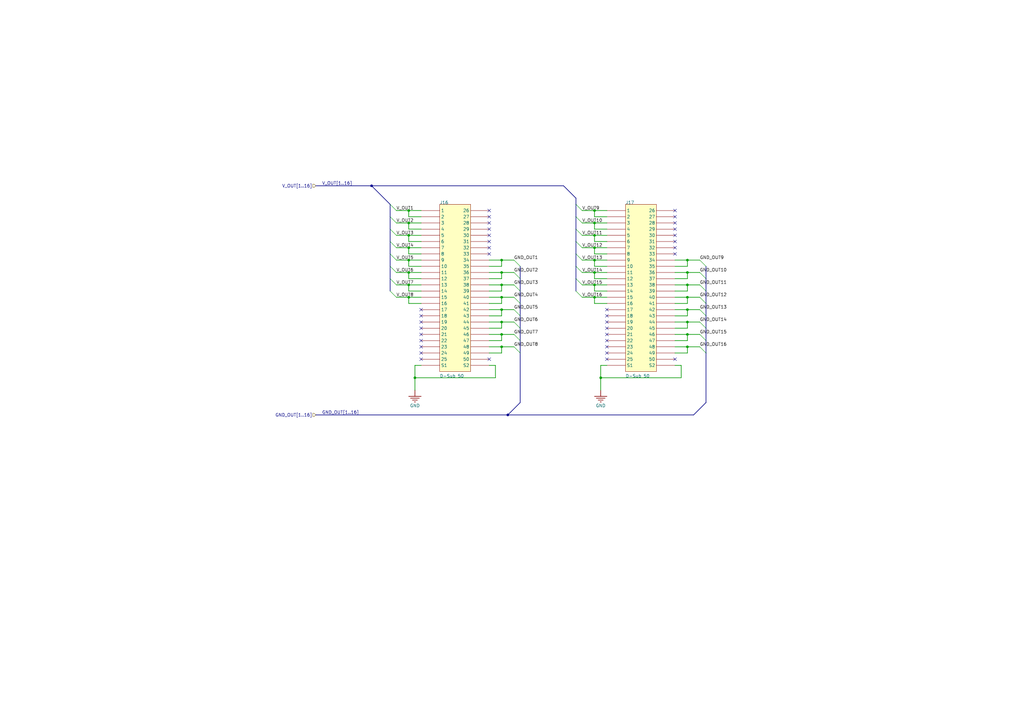
<source format=kicad_sch>
(kicad_sch (version 20211123) (generator eeschema)
  (paper "A3")
  (title_block (title "CAT-Modular Breadoard") (date "18.03.2022") (rev "1.1") (company "DLR e.V. Robert-Hooke Str. 7 28359 Bremen") (comment 1 "C. Strowik"))
  (lib_symbols
    (symbol "01_CAT-MB-POUT-altium-import:0_09 66 512 6601"
      (property "Value" "0_09 66 512 6601" (at 0 0 0))
      (symbol "0_09 66 512 6601_1_0"
        (rectangle (start 12.7 68.58) (end 0 0) (fill (type background)))
        (pin passive line (at -7.62 66.04 0) (length 7.62) (name "1") (number "1"))
        (pin passive line (at -7.62 43.18 0) (length 7.62) (name "10") (number "10"))
        (pin passive line (at -7.62 40.64 0) (length 7.62) (name "11") (number "11"))
        (pin passive line (at -7.62 38.1 0) (length 7.62) (name "12") (number "12"))
        (pin passive line (at -7.62 35.56 0) (length 7.62) (name "13") (number "13"))
        (pin passive line (at -7.62 33.02 0) (length 7.62) (name "14") (number "14"))
        (pin passive line (at -7.62 30.48 0) (length 7.62) (name "15") (number "15"))
        (pin passive line (at -7.62 27.94 0) (length 7.62) (name "16") (number "16"))
        (pin passive line (at -7.62 25.4 0) (length 7.62) (name "17") (number "17"))
        (pin passive line (at -7.62 22.86 0) (length 7.62) (name "18") (number "18"))
        (pin passive line (at -7.62 20.32 0) (length 7.62) (name "19") (number "19"))
        (pin passive line (at -7.62 63.5 0) (length 7.62) (name "2") (number "2"))
        (pin passive line (at -7.62 17.78 0) (length 7.62) (name "20") (number "20"))
        (pin passive line (at -7.62 15.24 0) (length 7.62) (name "21") (number "21"))
        (pin passive line (at -7.62 12.7 0) (length 7.62) (name "22") (number "22"))
        (pin passive line (at -7.62 10.16 0) (length 7.62) (name "23") (number "23"))
        (pin passive line (at -7.62 7.62 0) (length 7.62) (name "24") (number "24"))
        (pin passive line (at -7.62 5.08 0) (length 7.62) (name "25") (number "25"))
        (pin passive line (at 20.32 66.04 180) (length 7.62) (name "26") (number "26"))
        (pin passive line (at 20.32 63.5 180) (length 7.62) (name "27") (number "27"))
        (pin passive line (at 20.32 60.96 180) (length 7.62) (name "28") (number "28"))
        (pin passive line (at 20.32 58.42 180) (length 7.62) (name "29") (number "29"))
        (pin passive line (at -7.62 60.96 0) (length 7.62) (name "3") (number "3"))
        (pin passive line (at 20.32 55.88 180) (length 7.62) (name "30") (number "30"))
        (pin passive line (at 20.32 53.34 180) (length 7.62) (name "31") (number "31"))
        (pin passive line (at 20.32 50.8 180) (length 7.62) (name "32") (number "32"))
        (pin passive line (at 20.32 48.26 180) (length 7.62) (name "33") (number "33"))
        (pin passive line (at 20.32 45.72 180) (length 7.62) (name "34") (number "34"))
        (pin passive line (at 20.32 43.18 180) (length 7.62) (name "35") (number "35"))
        (pin passive line (at 20.32 40.64 180) (length 7.62) (name "36") (number "36"))
        (pin passive line (at 20.32 38.1 180) (length 7.62) (name "37") (number "37"))
        (pin passive line (at 20.32 35.56 180) (length 7.62) (name "38") (number "38"))
        (pin passive line (at 20.32 33.02 180) (length 7.62) (name "39") (number "39"))
        (pin passive line (at -7.62 58.42 0) (length 7.62) (name "4") (number "4"))
        (pin passive line (at 20.32 30.48 180) (length 7.62) (name "40") (number "40"))
        (pin passive line (at 20.32 27.94 180) (length 7.62) (name "41") (number "41"))
        (pin passive line (at 20.32 25.4 180) (length 7.62) (name "42") (number "42"))
        (pin passive line (at 20.32 22.86 180) (length 7.62) (name "43") (number "43"))
        (pin passive line (at 20.32 20.32 180) (length 7.62) (name "44") (number "44"))
        (pin passive line (at 20.32 17.78 180) (length 7.62) (name "45") (number "45"))
        (pin passive line (at 20.32 15.24 180) (length 7.62) (name "46") (number "46"))
        (pin passive line (at 20.32 12.7 180) (length 7.62) (name "47") (number "47"))
        (pin passive line (at 20.32 10.16 180) (length 7.62) (name "48") (number "48"))
        (pin passive line (at 20.32 7.62 180) (length 7.62) (name "49") (number "49"))
        (pin passive line (at -7.62 55.88 0) (length 7.62) (name "5") (number "5"))
        (pin passive line (at 20.32 5.08 180) (length 7.62) (name "50") (number "50"))
        (pin passive line (at -7.62 53.34 0) (length 7.62) (name "6") (number "6"))
        (pin passive line (at -7.62 50.8 0) (length 7.62) (name "7") (number "7"))
        (pin passive line (at -7.62 48.26 0) (length 7.62) (name "8") (number "8"))
        (pin passive line (at -7.62 45.72 0) (length 7.62) (name "9") (number "9"))
        (pin passive line (at -7.62 2.54 0) (length 7.62) (name "S1") (number "S1"))
        (pin passive line (at 20.32 2.54 180) (length 7.62) (name "S2") (number "S2"))
      )
    )
    (symbol "01_CAT-MB-POUT-altium-import:GND" (power)
      (property "Reference" "#PWR" (at 0 0 0))
      (property "Value" "GND" (at 0 6.35 0))
      (symbol "GND_0_0"
        (polyline (pts (xy -2.54 -2.54) (xy 2.54 -2.54)) (stroke (width 0.254)))
        (polyline (pts (xy -1.778 -3.302) (xy 1.778 -3.302)) (stroke (width 0.254)))
        (polyline (pts (xy -1.016 -4.064) (xy 1.016 -4.064)) (stroke (width 0.254)))
        (polyline (pts (xy -0.254 -4.826) (xy 0.254 -4.826)) (stroke (width 0.254)))
        (polyline (pts (xy 0 0) (xy 0 -2.54)) (stroke (width 0.254)))
        (pin power_in line (at 0 0 0) (length 0) hide (name "GND") (number ""))
      )
    )
  )
  (junction (at 170.18 154.94))
  (junction (at 205.74 121.92))
  (junction (at 243.84 116.84))
  (junction (at 205.74 127))
  (junction (at 243.84 111.76))
  (junction (at 167.64 116.84))
  (junction (at 246.38 154.94))
  (junction (at 281.94 106.68))
  (junction (at 152.4 76.2))
  (junction (at 205.74 132.08))
  (junction (at 243.84 106.68))
  (junction (at 167.64 111.76))
  (junction (at 243.84 91.44))
  (junction (at 167.64 101.6))
  (junction (at 205.74 111.76))
  (junction (at 281.94 121.92))
  (junction (at 281.94 132.08))
  (junction (at 208.28 170.18))
  (junction (at 243.84 86.36))
  (junction (at 281.94 116.84))
  (junction (at 167.64 106.68))
  (junction (at 243.84 101.6))
  (junction (at 167.64 86.36))
  (junction (at 205.74 137.16))
  (junction (at 205.74 142.24))
  (junction (at 167.64 96.52))
  (junction (at 243.84 96.52))
  (junction (at 281.94 137.16))
  (junction (at 243.84 121.92))
  (junction (at 205.74 116.84))
  (junction (at 281.94 127))
  (junction (at 167.64 121.92))
  (junction (at 205.74 106.68))
  (junction (at 167.64 91.44))
  (junction (at 281.94 111.76))
  (junction (at 281.94 142.24))
  (no_connect (at 276.86 104.14))
  (no_connect (at 248.92 129.54))
  (no_connect (at 276.86 88.9))
  (no_connect (at 200.66 88.9))
  (no_connect (at 200.66 96.52))
  (no_connect (at 248.92 144.78))
  (no_connect (at 200.66 86.36))
  (no_connect (at 200.66 91.44))
  (no_connect (at 248.92 132.08))
  (no_connect (at 276.86 147.32))
  (no_connect (at 248.92 127))
  (no_connect (at 248.92 137.16))
  (no_connect (at 172.72 147.32))
  (no_connect (at 172.72 137.16))
  (no_connect (at 172.72 132.08))
  (no_connect (at 276.86 93.98))
  (no_connect (at 172.72 127))
  (no_connect (at 276.86 99.06))
  (no_connect (at 200.66 101.6))
  (no_connect (at 248.92 142.24))
  (no_connect (at 276.86 96.52))
  (no_connect (at 172.72 139.7))
  (no_connect (at 276.86 86.36))
  (no_connect (at 172.72 142.24))
  (no_connect (at 200.66 93.98))
  (no_connect (at 248.92 147.32))
  (no_connect (at 276.86 91.44))
  (no_connect (at 172.72 144.78))
  (no_connect (at 200.66 147.32))
  (no_connect (at 248.92 139.7))
  (no_connect (at 276.86 101.6))
  (no_connect (at 172.72 134.62))
  (no_connect (at 172.72 129.54))
  (no_connect (at 200.66 104.14))
  (no_connect (at 248.92 134.62))
  (no_connect (at 200.66 99.06))
  (bus_entry (at 236.22 119.38) (size 2.54 2.54))
  (bus_entry (at 287.02 121.92) (size 2.54 2.54))
  (bus_entry (at 162.56 116.84) (size -2.54 -2.54))
  (bus_entry (at 287.02 127) (size 2.54 2.54))
  (bus_entry (at 162.56 121.92) (size -2.54 -2.54))
  (bus_entry (at 210.82 106.68) (size 2.54 2.54))
  (bus_entry (at 287.02 106.68) (size 2.54 2.54))
  (bus_entry (at 210.82 142.24) (size 2.54 2.54))
  (bus_entry (at 287.02 132.08) (size 2.54 2.54))
  (bus_entry (at 236.22 99.06) (size 2.54 2.54))
  (bus_entry (at 287.02 142.24) (size 2.54 2.54))
  (bus_entry (at 210.82 132.08) (size 2.54 2.54))
  (bus_entry (at 162.56 96.52) (size -2.54 -2.54))
  (bus_entry (at 210.82 137.16) (size 2.54 2.54))
  (bus_entry (at 236.22 104.14) (size 2.54 2.54))
  (bus_entry (at 162.56 86.36) (size -2.54 -2.54))
  (bus_entry (at 236.22 83.82) (size 2.54 2.54))
  (bus_entry (at 162.56 106.68) (size -2.54 -2.54))
  (bus_entry (at 210.82 121.92) (size 2.54 2.54))
  (bus_entry (at 287.02 137.16) (size 2.54 2.54))
  (bus_entry (at 210.82 127) (size 2.54 2.54))
  (bus_entry (at 236.22 109.22) (size 2.54 2.54))
  (bus_entry (at 210.82 116.84) (size 2.54 2.54))
  (bus_entry (at 287.02 111.76) (size 2.54 2.54))
  (bus_entry (at 236.22 88.9) (size 2.54 2.54))
  (bus_entry (at 162.56 101.6) (size -2.54 -2.54))
  (bus_entry (at 210.82 111.76) (size 2.54 2.54))
  (bus_entry (at 162.56 91.44) (size -2.54 -2.54))
  (bus_entry (at 236.22 93.98) (size 2.54 2.54))
  (bus_entry (at 162.56 111.76) (size -2.54 -2.54))
  (bus_entry (at 236.22 114.3) (size 2.54 2.54))
  (bus_entry (at 287.02 116.84) (size 2.54 2.54))
  (wire (pts (xy 276.86 137.16) (xy 281.94 137.16)) (stroke (width 0.254)))
  (wire (pts (xy 205.74 106.68) (xy 210.82 106.68)) (stroke (width 0.254)))
  (wire (pts (xy 205.74 109.22) (xy 205.74 106.68)) (stroke (width 0.254)))
  (wire (pts (xy 281.94 121.92) (xy 287.02 121.92)) (stroke (width 0.254)))
  (wire (pts (xy 243.84 88.9) (xy 243.84 86.36)) (stroke (width 0.254)))
  (wire (pts (xy 276.86 106.68) (xy 281.94 106.68)) (stroke (width 0.254)))
  (wire (pts (xy 172.72 111.76) (xy 167.64 111.76)) (stroke (width 0.254)))
  (bus (pts (xy 289.56 124.46) (xy 289.56 119.38)) (stroke (width 0.254)))
  (bus (pts (xy 213.36 165.1) (xy 208.28 170.18)) (stroke (width 0.254)))
  (wire (pts (xy 200.66 127) (xy 205.74 127)) (stroke (width 0.254)))
  (wire (pts (xy 200.66 129.54) (xy 205.74 129.54)) (stroke (width 0.254)))
  (wire (pts (xy 281.94 109.22) (xy 281.94 106.68)) (stroke (width 0.254)))
  (wire (pts (xy 172.72 114.3) (xy 167.64 114.3)) (stroke (width 0.254)))
  (bus (pts (xy 289.56 165.1) (xy 289.56 144.78)) (stroke (width 0.254)))
  (wire (pts (xy 167.64 93.98) (xy 167.64 91.44)) (stroke (width 0.254)))
  (wire (pts (xy 200.66 111.76) (xy 205.74 111.76)) (stroke (width 0.254)))
  (wire (pts (xy 276.86 109.22) (xy 281.94 109.22)) (stroke (width 0.254)))
  (bus (pts (xy 284.48 170.18) (xy 289.56 165.1)) (stroke (width 0.254)))
  (bus (pts (xy 236.22 104.14) (xy 236.22 109.22)) (stroke (width 0.254)))
  (wire (pts (xy 167.64 101.6) (xy 162.56 101.6)) (stroke (width 0.254)))
  (wire (pts (xy 200.66 144.78) (xy 205.74 144.78)) (stroke (width 0.254)))
  (wire (pts (xy 243.84 114.3) (xy 243.84 111.76)) (stroke (width 0.254)))
  (wire (pts (xy 243.84 96.52) (xy 238.76 96.52)) (stroke (width 0.254)))
  (wire (pts (xy 243.84 124.46) (xy 243.84 121.92)) (stroke (width 0.254)))
  (wire (pts (xy 276.86 124.46) (xy 281.94 124.46)) (stroke (width 0.254)))
  (wire (pts (xy 248.92 111.76) (xy 243.84 111.76)) (stroke (width 0.254)))
  (wire (pts (xy 200.66 139.7) (xy 205.74 139.7)) (stroke (width 0.254)))
  (wire (pts (xy 276.86 149.86) (xy 279.4 149.86)) (stroke (width 0.254)))
  (wire (pts (xy 205.74 127) (xy 210.82 127)) (stroke (width 0.254)))
  (wire (pts (xy 200.66 134.62) (xy 205.74 134.62)) (stroke (width 0.254)))
  (bus (pts (xy 289.56 134.62) (xy 289.56 129.54)) (stroke (width 0.254)))
  (wire (pts (xy 248.92 124.46) (xy 243.84 124.46)) (stroke (width 0.254)))
  (wire (pts (xy 276.86 134.62) (xy 281.94 134.62)) (stroke (width 0.254)))
  (wire (pts (xy 205.74 114.3) (xy 205.74 111.76)) (stroke (width 0.254)))
  (wire (pts (xy 205.74 116.84) (xy 210.82 116.84)) (stroke (width 0.254)))
  (bus (pts (xy 152.4 76.2) (xy 231.14 76.2)) (stroke (width 0.254)))
  (bus (pts (xy 236.22 83.82) (xy 236.22 88.9)) (stroke (width 0.254)))
  (bus (pts (xy 213.36 134.62) (xy 213.36 139.7)) (stroke (width 0.254)))
  (wire (pts (xy 172.72 106.68) (xy 167.64 106.68)) (stroke (width 0.254)))
  (wire (pts (xy 167.64 104.14) (xy 167.64 101.6)) (stroke (width 0.254)))
  (wire (pts (xy 276.86 139.7) (xy 281.94 139.7)) (stroke (width 0.254)))
  (wire (pts (xy 205.74 132.08) (xy 210.82 132.08)) (stroke (width 0.254)))
  (wire (pts (xy 172.72 91.44) (xy 167.64 91.44)) (stroke (width 0.254)))
  (bus (pts (xy 213.36 119.38) (xy 213.36 124.46)) (stroke (width 0.254)))
  (wire (pts (xy 205.74 137.16) (xy 210.82 137.16)) (stroke (width 0.254)))
  (wire (pts (xy 248.92 86.36) (xy 243.84 86.36)) (stroke (width 0.254)))
  (wire (pts (xy 167.64 96.52) (xy 162.56 96.52)) (stroke (width 0.254)))
  (bus (pts (xy 213.36 114.3) (xy 213.36 119.38)) (stroke (width 0.254)))
  (bus (pts (xy 160.02 88.9) (xy 160.02 93.98)) (stroke (width 0.254)))
  (wire (pts (xy 205.74 111.76) (xy 210.82 111.76)) (stroke (width 0.254)))
  (wire (pts (xy 248.92 88.9) (xy 243.84 88.9)) (stroke (width 0.254)))
  (wire (pts (xy 279.4 149.86) (xy 279.4 154.94)) (stroke (width 0.254)))
  (wire (pts (xy 248.92 119.38) (xy 243.84 119.38)) (stroke (width 0.254)))
  (wire (pts (xy 248.92 109.22) (xy 243.84 109.22)) (stroke (width 0.254)))
  (wire (pts (xy 243.84 121.92) (xy 238.76 121.92)) (stroke (width 0.254)))
  (wire (pts (xy 243.84 119.38) (xy 243.84 116.84)) (stroke (width 0.254)))
  (wire (pts (xy 243.84 104.14) (xy 243.84 101.6)) (stroke (width 0.254)))
  (wire (pts (xy 243.84 99.06) (xy 243.84 96.52)) (stroke (width 0.254)))
  (wire (pts (xy 172.72 104.14) (xy 167.64 104.14)) (stroke (width 0.254)))
  (wire (pts (xy 205.74 134.62) (xy 205.74 132.08)) (stroke (width 0.254)))
  (wire (pts (xy 243.84 106.68) (xy 238.76 106.68)) (stroke (width 0.254)))
  (wire (pts (xy 281.94 111.76) (xy 287.02 111.76)) (stroke (width 0.254)))
  (wire (pts (xy 276.86 129.54) (xy 281.94 129.54)) (stroke (width 0.254)))
  (wire (pts (xy 167.64 121.92) (xy 162.56 121.92)) (stroke (width 0.254)))
  (wire (pts (xy 172.72 96.52) (xy 167.64 96.52)) (stroke (width 0.254)))
  (wire (pts (xy 172.72 124.46) (xy 167.64 124.46)) (stroke (width 0.254)))
  (wire (pts (xy 243.84 91.44) (xy 238.76 91.44)) (stroke (width 0.254)))
  (wire (pts (xy 172.72 121.92) (xy 167.64 121.92)) (stroke (width 0.254)))
  (wire (pts (xy 172.72 109.22) (xy 167.64 109.22)) (stroke (width 0.254)))
  (wire (pts (xy 243.84 93.98) (xy 243.84 91.44)) (stroke (width 0.254)))
  (bus (pts (xy 160.02 104.14) (xy 160.02 109.22)) (stroke (width 0.254)))
  (wire (pts (xy 281.94 127) (xy 287.02 127)) (stroke (width 0.254)))
  (wire (pts (xy 281.94 116.84) (xy 287.02 116.84)) (stroke (width 0.254)))
  (wire (pts (xy 248.92 91.44) (xy 243.84 91.44)) (stroke (width 0.254)))
  (wire (pts (xy 200.66 137.16) (xy 205.74 137.16)) (stroke (width 0.254)))
  (bus (pts (xy 213.36 124.46) (xy 213.36 129.54)) (stroke (width 0.254)))
  (wire (pts (xy 276.86 132.08) (xy 281.94 132.08)) (stroke (width 0.254)))
  (bus (pts (xy 236.22 88.9) (xy 236.22 93.98)) (stroke (width 0.254)))
  (wire (pts (xy 248.92 106.68) (xy 243.84 106.68)) (stroke (width 0.254)))
  (bus (pts (xy 289.56 114.3) (xy 289.56 109.22)) (stroke (width 0.254)))
  (bus (pts (xy 160.02 109.22) (xy 160.02 114.3)) (stroke (width 0.254)))
  (wire (pts (xy 170.18 154.94) (xy 170.18 160.02)) (stroke (width 0.254)))
  (wire (pts (xy 281.94 132.08) (xy 287.02 132.08)) (stroke (width 0.254)))
  (wire (pts (xy 248.92 121.92) (xy 243.84 121.92)) (stroke (width 0.254)))
  (bus (pts (xy 289.56 144.78) (xy 289.56 139.7)) (stroke (width 0.254)))
  (bus (pts (xy 129.54 170.18) (xy 208.28 170.18)) (stroke (width 0.254)))
  (wire (pts (xy 205.74 144.78) (xy 205.74 142.24)) (stroke (width 0.254)))
  (wire (pts (xy 167.64 124.46) (xy 167.64 121.92)) (stroke (width 0.254)))
  (wire (pts (xy 167.64 119.38) (xy 167.64 116.84)) (stroke (width 0.254)))
  (wire (pts (xy 172.72 86.36) (xy 167.64 86.36)) (stroke (width 0.254)))
  (wire (pts (xy 172.72 88.9) (xy 167.64 88.9)) (stroke (width 0.254)))
  (wire (pts (xy 243.84 101.6) (xy 238.76 101.6)) (stroke (width 0.254)))
  (wire (pts (xy 200.66 149.86) (xy 203.2 149.86)) (stroke (width 0.254)))
  (bus (pts (xy 289.56 129.54) (xy 289.56 124.46)) (stroke (width 0.254)))
  (wire (pts (xy 167.64 111.76) (xy 162.56 111.76)) (stroke (width 0.254)))
  (wire (pts (xy 281.94 142.24) (xy 287.02 142.24)) (stroke (width 0.254)))
  (wire (pts (xy 248.92 116.84) (xy 243.84 116.84)) (stroke (width 0.254)))
  (wire (pts (xy 248.92 149.86) (xy 246.38 149.86)) (stroke (width 0.254)))
  (wire (pts (xy 200.66 114.3) (xy 205.74 114.3)) (stroke (width 0.254)))
  (bus (pts (xy 231.14 76.2) (xy 236.22 81.28)) (stroke (width 0.254)))
  (wire (pts (xy 205.74 139.7) (xy 205.74 137.16)) (stroke (width 0.254)))
  (bus (pts (xy 236.22 99.06) (xy 236.22 104.14)) (stroke (width 0.254)))
  (wire (pts (xy 205.74 142.24) (xy 210.82 142.24)) (stroke (width 0.254)))
  (wire (pts (xy 281.94 139.7) (xy 281.94 137.16)) (stroke (width 0.254)))
  (wire (pts (xy 248.92 99.06) (xy 243.84 99.06)) (stroke (width 0.254)))
  (wire (pts (xy 200.66 106.68) (xy 205.74 106.68)) (stroke (width 0.254)))
  (bus (pts (xy 236.22 114.3) (xy 236.22 119.38)) (stroke (width 0.254)))
  (wire (pts (xy 281.94 119.38) (xy 281.94 116.84)) (stroke (width 0.254)))
  (wire (pts (xy 167.64 86.36) (xy 162.56 86.36)) (stroke (width 0.254)))
  (wire (pts (xy 281.94 106.68) (xy 287.02 106.68)) (stroke (width 0.254)))
  (bus (pts (xy 129.54 76.2) (xy 152.4 76.2)) (stroke (width 0.254)))
  (wire (pts (xy 167.64 99.06) (xy 167.64 96.52)) (stroke (width 0.254)))
  (wire (pts (xy 279.4 154.94) (xy 246.38 154.94)) (stroke (width 0.254)))
  (bus (pts (xy 236.22 93.98) (xy 236.22 99.06)) (stroke (width 0.254)))
  (bus (pts (xy 160.02 114.3) (xy 160.02 119.38)) (stroke (width 0.254)))
  (wire (pts (xy 167.64 116.84) (xy 162.56 116.84)) (stroke (width 0.254)))
  (wire (pts (xy 281.94 124.46) (xy 281.94 121.92)) (stroke (width 0.254)))
  (wire (pts (xy 243.84 109.22) (xy 243.84 106.68)) (stroke (width 0.254)))
  (wire (pts (xy 248.92 96.52) (xy 243.84 96.52)) (stroke (width 0.254)))
  (wire (pts (xy 276.86 111.76) (xy 281.94 111.76)) (stroke (width 0.254)))
  (wire (pts (xy 243.84 116.84) (xy 238.76 116.84)) (stroke (width 0.254)))
  (bus (pts (xy 236.22 109.22) (xy 236.22 114.3)) (stroke (width 0.254)))
  (wire (pts (xy 172.72 149.86) (xy 170.18 149.86)) (stroke (width 0.254)))
  (wire (pts (xy 276.86 121.92) (xy 281.94 121.92)) (stroke (width 0.254)))
  (bus (pts (xy 289.56 119.38) (xy 289.56 114.3)) (stroke (width 0.254)))
  (wire (pts (xy 172.72 119.38) (xy 167.64 119.38)) (stroke (width 0.254)))
  (wire (pts (xy 170.18 149.86) (xy 170.18 154.94)) (stroke (width 0.254)))
  (bus (pts (xy 289.56 139.7) (xy 289.56 134.62)) (stroke (width 0.254)))
  (wire (pts (xy 205.74 129.54) (xy 205.74 127)) (stroke (width 0.254)))
  (wire (pts (xy 246.38 149.86) (xy 246.38 154.94)) (stroke (width 0.254)))
  (wire (pts (xy 276.86 116.84) (xy 281.94 116.84)) (stroke (width 0.254)))
  (wire (pts (xy 276.86 127) (xy 281.94 127)) (stroke (width 0.254)))
  (wire (pts (xy 200.66 116.84) (xy 205.74 116.84)) (stroke (width 0.254)))
  (wire (pts (xy 205.74 119.38) (xy 205.74 116.84)) (stroke (width 0.254)))
  (wire (pts (xy 172.72 99.06) (xy 167.64 99.06)) (stroke (width 0.254)))
  (wire (pts (xy 243.84 86.36) (xy 238.76 86.36)) (stroke (width 0.254)))
  (wire (pts (xy 281.94 144.78) (xy 281.94 142.24)) (stroke (width 0.254)))
  (wire (pts (xy 243.84 111.76) (xy 238.76 111.76)) (stroke (width 0.254)))
  (wire (pts (xy 276.86 142.24) (xy 281.94 142.24)) (stroke (width 0.254)))
  (wire (pts (xy 167.64 109.22) (xy 167.64 106.68)) (stroke (width 0.254)))
  (wire (pts (xy 167.64 114.3) (xy 167.64 111.76)) (stroke (width 0.254)))
  (bus (pts (xy 160.02 99.06) (xy 160.02 104.14)) (stroke (width 0.254)))
  (wire (pts (xy 205.74 121.92) (xy 210.82 121.92)) (stroke (width 0.254)))
  (wire (pts (xy 172.72 116.84) (xy 167.64 116.84)) (stroke (width 0.254)))
  (bus (pts (xy 213.36 129.54) (xy 213.36 134.62)) (stroke (width 0.254)))
  (wire (pts (xy 200.66 109.22) (xy 205.74 109.22)) (stroke (width 0.254)))
  (wire (pts (xy 248.92 114.3) (xy 243.84 114.3)) (stroke (width 0.254)))
  (bus (pts (xy 213.36 144.78) (xy 213.36 165.1)) (stroke (width 0.254)))
  (bus (pts (xy 160.02 93.98) (xy 160.02 99.06)) (stroke (width 0.254)))
  (wire (pts (xy 281.94 137.16) (xy 287.02 137.16)) (stroke (width 0.254)))
  (wire (pts (xy 205.74 124.46) (xy 205.74 121.92)) (stroke (width 0.254)))
  (wire (pts (xy 167.64 106.68) (xy 162.56 106.68)) (stroke (width 0.254)))
  (wire (pts (xy 200.66 124.46) (xy 205.74 124.46)) (stroke (width 0.254)))
  (wire (pts (xy 248.92 93.98) (xy 243.84 93.98)) (stroke (width 0.254)))
  (wire (pts (xy 200.66 121.92) (xy 205.74 121.92)) (stroke (width 0.254)))
  (wire (pts (xy 200.66 142.24) (xy 205.74 142.24)) (stroke (width 0.254)))
  (wire (pts (xy 203.2 154.94) (xy 170.18 154.94)) (stroke (width 0.254)))
  (wire (pts (xy 276.86 119.38) (xy 281.94 119.38)) (stroke (width 0.254)))
  (wire (pts (xy 203.2 149.86) (xy 203.2 154.94)) (stroke (width 0.254)))
  (wire (pts (xy 248.92 104.14) (xy 243.84 104.14)) (stroke (width 0.254)))
  (wire (pts (xy 172.72 93.98) (xy 167.64 93.98)) (stroke (width 0.254)))
  (wire (pts (xy 276.86 114.3) (xy 281.94 114.3)) (stroke (width 0.254)))
  (bus (pts (xy 152.4 76.2) (xy 160.02 83.82)) (stroke (width 0.254)))
  (bus (pts (xy 160.02 83.82) (xy 160.02 88.9)) (stroke (width 0.254)))
  (wire (pts (xy 281.94 129.54) (xy 281.94 127)) (stroke (width 0.254)))
  (wire (pts (xy 167.64 88.9) (xy 167.64 86.36)) (stroke (width 0.254)))
  (bus (pts (xy 208.28 170.18) (xy 284.48 170.18)) (stroke (width 0.254)))
  (wire (pts (xy 281.94 134.62) (xy 281.94 132.08)) (stroke (width 0.254)))
  (wire (pts (xy 200.66 119.38) (xy 205.74 119.38)) (stroke (width 0.254)))
  (wire (pts (xy 248.92 101.6) (xy 243.84 101.6)) (stroke (width 0.254)))
  (wire (pts (xy 172.72 101.6) (xy 167.64 101.6)) (stroke (width 0.254)))
  (wire (pts (xy 246.38 154.94) (xy 246.38 160.02)) (stroke (width 0.254)))
  (bus (pts (xy 236.22 81.28) (xy 236.22 83.82)) (stroke (width 0.254)))
  (wire (pts (xy 276.86 144.78) (xy 281.94 144.78)) (stroke (width 0.254)))
  (wire (pts (xy 167.64 91.44) (xy 162.56 91.44)) (stroke (width 0.254)))
  (bus (pts (xy 213.36 139.7) (xy 213.36 144.78)) (stroke (width 0.254)))
  (bus (pts (xy 213.36 109.22) (xy 213.36 114.3)) (stroke (width 0.254)))
  (wire (pts (xy 281.94 114.3) (xy 281.94 111.76)) (stroke (width 0.254)))
  (wire (pts (xy 200.66 132.08) (xy 205.74 132.08)) (stroke (width 0.254)))
  (label "GND_OUT8" (at 210.82 142.24 0))
  (label "GND_OUT2" (at 210.82 111.76 0))
  (label "V_OUT14" (at 238.76 111.76 0))
  (label "GND_OUT15" (at 287.02 137.16 0))
  (label "V_OUT16" (at 238.76 121.92 0))
  (label "GND_OUT3" (at 210.82 116.84 0))
  (label "GND_OUT[1..16]" (at 132.08 170.18 0))
  (label "GND_OUT16" (at 287.02 142.24 0))
  (label "V_OUT5" (at 162.56 106.68 0))
  (label "V_OUT11" (at 238.76 96.52 0))
  (label "V_OUT7" (at 162.56 116.84 0))
  (label "V_OUT[1..16]" (at 132.08 76.2 0))
  (label "V_OUT6" (at 162.56 111.76 0))
  (label "GND_OUT7" (at 210.82 137.16 0))
  (label "GND_OUT1" (at 210.82 106.68 0))
  (label "V_OUT13" (at 238.76 106.68 0))
  (label "GND_OUT10" (at 287.02 111.76 0))
  (label "GND_OUT6" (at 210.82 132.08 0))
  (label "GND_OUT13" (at 287.02 127 0))
  (label "V_OUT1" (at 162.56 86.36 0))
  (label "V_OUT2" (at 162.56 91.44 0))
  (label "V_OUT8" (at 162.56 121.92 0))
  (label "V_OUT9" (at 238.76 86.36 0))
  (label "V_OUT12" (at 238.76 101.6 0))
  (label "V_OUT3" (at 162.56 96.52 0))
  (label "GND_OUT12" (at 287.02 121.92 0))
  (label "V_OUT15" (at 238.76 116.84 0))
  (label "GND_OUT9" (at 287.02 106.68 0))
  (label "GND_OUT11" (at 287.02 116.84 0))
  (label "V_OUT4" (at 162.56 101.6 0))
  (label "GND_OUT14" (at 287.02 132.08 0))
  (label "V_OUT10" (at 238.76 91.44 0))
  (label "GND_OUT4" (at 210.82 121.92 0))
  (label "GND_OUT5" (at 210.82 127 0))
  (hierarchical_label "GND_OUT[1..16]" (shape input) (at 129.54 170.18 180))
  (hierarchical_label "V_OUT[1..16]" (shape input) (at 129.54 76.2 180))
  (symbol (lib_id "01_CAT-MB-POUT-altium-import:0_09 66 512 6601") (at 256.54 152.4 0) (unit 1)
    (property "Reference" "J17" (at 256.54 83.82 0) (effects (justify left bottom)))
    (property "Value" "D-Sub 50" (at 256.54 154.94 0) (effects (justify left bottom)))
    (property "Footprint" "09 66 512 6601" (effects hide))
  )
  (symbol (lib_id "01_CAT-MB-POUT-altium-import:0_09 66 512 6601") (at 180.34 152.4 0) (unit 1)
    (property "Reference" "J16" (at 180.34 83.82 0) (effects (justify left bottom)))
    (property "Value" "D-Sub 50" (at 180.34 154.94 0) (effects (justify left bottom)))
    (property "Footprint" "09 66 512 6601" (effects hide))
  )
  (symbol (lib_id "01_CAT-MB-POUT-altium-import:GND") (at 170.18 160.02 0) (unit 1)
    (property "Reference" "#PWR?" (effects hide))
    (property "Value" "GND" (at 170.18 166.37 0))
  )
  (symbol (lib_id "01_CAT-MB-POUT-altium-import:GND") (at 246.38 160.02 0) (unit 1)
    (property "Reference" "#PWR?" (effects hide))
    (property "Value" "GND" (at 246.38 166.37 0))
  )
)
</source>
